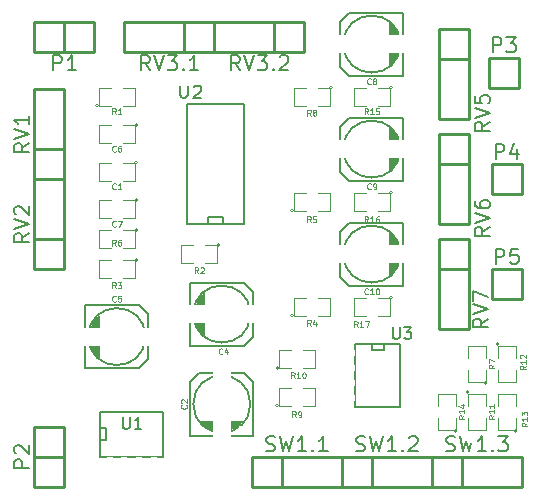
<source format=gto>
G04 #@! TF.FileFunction,Legend,Top*
%FSLAX46Y46*%
G04 Gerber Fmt 4.6, Leading zero omitted, Abs format (unit mm)*
G04 Created by KiCad (PCBNEW (2014-12-07 BZR 5316)-product) date 31/03/2015 20:39:06*
%MOMM*%
G01*
G04 APERTURE LIST*
%ADD10C,0.100000*%
%ADD11C,0.099060*%
%ADD12C,0.127000*%
%ADD13C,0.254000*%
%ADD14C,0.203200*%
%ADD15C,0.109220*%
%ADD16C,0.119380*%
%ADD17C,0.150000*%
%ADD18R,0.889000X1.397000*%
%ADD19R,2.999740X1.600200*%
%ADD20R,2.032000X2.032000*%
%ADD21O,2.032000X2.032000*%
%ADD22R,2.235200X2.235200*%
%ADD23R,1.397000X0.889000*%
%ADD24R,2.032000X1.727200*%
%ADD25O,2.032000X1.727200*%
%ADD26R,1.727200X2.032000*%
%ADD27O,1.727200X2.032000*%
%ADD28R,1.600000X0.600000*%
%ADD29R,1.600200X2.999740*%
%ADD30R,0.600000X1.600000*%
%ADD31R,1.143000X0.508000*%
%ADD32C,0.762000*%
G04 APERTURE END LIST*
D10*
D11*
X99568000Y-57658000D02*
G75*
G03X99568000Y-57658000I-127000J0D01*
G01*
X98298000Y-57658000D02*
X99314000Y-57658000D01*
X99314000Y-57658000D02*
X99314000Y-59182000D01*
X99314000Y-59182000D02*
X98298000Y-59182000D01*
X97282000Y-59182000D02*
X96266000Y-59182000D01*
X96266000Y-59182000D02*
X96266000Y-57658000D01*
X96266000Y-57658000D02*
X97282000Y-57658000D01*
D12*
X104394000Y-69850000D02*
X104394000Y-71247000D01*
X104521000Y-69596000D02*
X104521000Y-71374000D01*
X104648000Y-69215000D02*
X104648000Y-71755000D01*
X104775000Y-71882000D02*
X104775000Y-69088000D01*
X104902000Y-68961000D02*
X104902000Y-72009000D01*
X105029000Y-72136000D02*
X105029000Y-68834000D01*
X105156000Y-68707000D02*
X105156000Y-72263000D01*
X109093000Y-70485000D02*
G75*
G03X109093000Y-70485000I-2413000J0D01*
G01*
X104013000Y-67818000D02*
X108585000Y-67818000D01*
X108585000Y-67818000D02*
X109347000Y-68580000D01*
X109347000Y-68580000D02*
X109347000Y-72390000D01*
X109347000Y-72390000D02*
X108585000Y-73152000D01*
X108585000Y-73152000D02*
X104013000Y-73152000D01*
X104013000Y-73152000D02*
X104013000Y-67818000D01*
X108839000Y-70485000D02*
X108077000Y-70485000D01*
X108458000Y-70104000D02*
X108458000Y-70866000D01*
X95504000Y-71755000D02*
X95504000Y-73152000D01*
X95631000Y-71501000D02*
X95631000Y-73279000D01*
X95758000Y-71120000D02*
X95758000Y-73660000D01*
X95885000Y-73787000D02*
X95885000Y-70993000D01*
X96012000Y-70866000D02*
X96012000Y-73914000D01*
X96139000Y-74041000D02*
X96139000Y-70739000D01*
X96266000Y-70612000D02*
X96266000Y-74168000D01*
X100203000Y-72390000D02*
G75*
G03X100203000Y-72390000I-2413000J0D01*
G01*
X95123000Y-69723000D02*
X99695000Y-69723000D01*
X99695000Y-69723000D02*
X100457000Y-70485000D01*
X100457000Y-70485000D02*
X100457000Y-74295000D01*
X100457000Y-74295000D02*
X99695000Y-75057000D01*
X99695000Y-75057000D02*
X95123000Y-75057000D01*
X95123000Y-75057000D02*
X95123000Y-69723000D01*
X99949000Y-72390000D02*
X99187000Y-72390000D01*
X99568000Y-72009000D02*
X99568000Y-72771000D01*
D11*
X99568000Y-54483000D02*
G75*
G03X99568000Y-54483000I-127000J0D01*
G01*
X98298000Y-54483000D02*
X99314000Y-54483000D01*
X99314000Y-54483000D02*
X99314000Y-56007000D01*
X99314000Y-56007000D02*
X98298000Y-56007000D01*
X97282000Y-56007000D02*
X96266000Y-56007000D01*
X96266000Y-56007000D02*
X96266000Y-54483000D01*
X96266000Y-54483000D02*
X97282000Y-54483000D01*
X99568000Y-60833000D02*
G75*
G03X99568000Y-60833000I-127000J0D01*
G01*
X98298000Y-60833000D02*
X99314000Y-60833000D01*
X99314000Y-60833000D02*
X99314000Y-62357000D01*
X99314000Y-62357000D02*
X98298000Y-62357000D01*
X97282000Y-62357000D02*
X96266000Y-62357000D01*
X96266000Y-62357000D02*
X96266000Y-60833000D01*
X96266000Y-60833000D02*
X97282000Y-60833000D01*
D12*
X121666000Y-48260000D02*
X121666000Y-46863000D01*
X121539000Y-48514000D02*
X121539000Y-46736000D01*
X121412000Y-48895000D02*
X121412000Y-46355000D01*
X121285000Y-46228000D02*
X121285000Y-49022000D01*
X121158000Y-49149000D02*
X121158000Y-46101000D01*
X121031000Y-45974000D02*
X121031000Y-49276000D01*
X120904000Y-49403000D02*
X120904000Y-45847000D01*
X121793000Y-47625000D02*
G75*
G03X121793000Y-47625000I-2413000J0D01*
G01*
X122047000Y-50292000D02*
X117475000Y-50292000D01*
X117475000Y-50292000D02*
X116713000Y-49530000D01*
X116713000Y-49530000D02*
X116713000Y-45720000D01*
X116713000Y-45720000D02*
X117475000Y-44958000D01*
X117475000Y-44958000D02*
X122047000Y-44958000D01*
X122047000Y-44958000D02*
X122047000Y-50292000D01*
X117221000Y-47625000D02*
X117983000Y-47625000D01*
X117602000Y-48006000D02*
X117602000Y-47244000D01*
X121666000Y-57150000D02*
X121666000Y-55753000D01*
X121539000Y-57404000D02*
X121539000Y-55626000D01*
X121412000Y-57785000D02*
X121412000Y-55245000D01*
X121285000Y-55118000D02*
X121285000Y-57912000D01*
X121158000Y-58039000D02*
X121158000Y-54991000D01*
X121031000Y-54864000D02*
X121031000Y-58166000D01*
X120904000Y-58293000D02*
X120904000Y-54737000D01*
X121793000Y-56515000D02*
G75*
G03X121793000Y-56515000I-2413000J0D01*
G01*
X122047000Y-59182000D02*
X117475000Y-59182000D01*
X117475000Y-59182000D02*
X116713000Y-58420000D01*
X116713000Y-58420000D02*
X116713000Y-54610000D01*
X116713000Y-54610000D02*
X117475000Y-53848000D01*
X117475000Y-53848000D02*
X122047000Y-53848000D01*
X122047000Y-53848000D02*
X122047000Y-59182000D01*
X117221000Y-56515000D02*
X117983000Y-56515000D01*
X117602000Y-56896000D02*
X117602000Y-56134000D01*
X121666000Y-66040000D02*
X121666000Y-64643000D01*
X121539000Y-66294000D02*
X121539000Y-64516000D01*
X121412000Y-66675000D02*
X121412000Y-64135000D01*
X121285000Y-64008000D02*
X121285000Y-66802000D01*
X121158000Y-66929000D02*
X121158000Y-63881000D01*
X121031000Y-63754000D02*
X121031000Y-67056000D01*
X120904000Y-67183000D02*
X120904000Y-63627000D01*
X121793000Y-65405000D02*
G75*
G03X121793000Y-65405000I-2413000J0D01*
G01*
X122047000Y-68072000D02*
X117475000Y-68072000D01*
X117475000Y-68072000D02*
X116713000Y-67310000D01*
X116713000Y-67310000D02*
X116713000Y-63500000D01*
X116713000Y-63500000D02*
X117475000Y-62738000D01*
X117475000Y-62738000D02*
X122047000Y-62738000D01*
X122047000Y-62738000D02*
X122047000Y-68072000D01*
X117221000Y-65405000D02*
X117983000Y-65405000D01*
X117602000Y-65786000D02*
X117602000Y-65024000D01*
D13*
X93345000Y-48260000D02*
X93345000Y-45720000D01*
X95885000Y-48260000D02*
X95885000Y-45720000D01*
X95885000Y-45720000D02*
X93345000Y-45720000D01*
X93345000Y-45720000D02*
X90805000Y-45720000D01*
X90805000Y-45720000D02*
X90805000Y-48260000D01*
X90805000Y-48260000D02*
X95885000Y-48260000D01*
X90805000Y-82550000D02*
X93345000Y-82550000D01*
X90805000Y-85090000D02*
X93345000Y-85090000D01*
X93345000Y-85090000D02*
X93345000Y-82550000D01*
X93345000Y-82550000D02*
X93345000Y-80010000D01*
X93345000Y-80010000D02*
X90805000Y-80010000D01*
X90805000Y-80010000D02*
X90805000Y-85090000D01*
X129286000Y-48768000D02*
X129286000Y-51308000D01*
X129286000Y-51308000D02*
X131826000Y-51308000D01*
X131826000Y-51308000D02*
X131826000Y-48768000D01*
X131826000Y-48768000D02*
X129286000Y-48768000D01*
X129540000Y-57785000D02*
X129540000Y-60325000D01*
X129540000Y-60325000D02*
X132080000Y-60325000D01*
X132080000Y-60325000D02*
X132080000Y-57785000D01*
X132080000Y-57785000D02*
X129540000Y-57785000D01*
X129540000Y-66675000D02*
X129540000Y-69215000D01*
X129540000Y-69215000D02*
X132080000Y-69215000D01*
X132080000Y-69215000D02*
X132080000Y-66675000D01*
X132080000Y-66675000D02*
X129540000Y-66675000D01*
D11*
X96266000Y-52832000D02*
G75*
G03X96266000Y-52832000I-127000J0D01*
G01*
X97282000Y-52832000D02*
X96266000Y-52832000D01*
X96266000Y-52832000D02*
X96266000Y-51308000D01*
X96266000Y-51308000D02*
X97282000Y-51308000D01*
X98298000Y-51308000D02*
X99314000Y-51308000D01*
X99314000Y-51308000D02*
X99314000Y-52832000D01*
X99314000Y-52832000D02*
X98298000Y-52832000D01*
X106553000Y-64643000D02*
G75*
G03X106553000Y-64643000I-127000J0D01*
G01*
X105283000Y-64643000D02*
X106299000Y-64643000D01*
X106299000Y-64643000D02*
X106299000Y-66167000D01*
X106299000Y-66167000D02*
X105283000Y-66167000D01*
X104267000Y-66167000D02*
X103251000Y-66167000D01*
X103251000Y-66167000D02*
X103251000Y-64643000D01*
X103251000Y-64643000D02*
X104267000Y-64643000D01*
X99568000Y-65913000D02*
G75*
G03X99568000Y-65913000I-127000J0D01*
G01*
X98298000Y-65913000D02*
X99314000Y-65913000D01*
X99314000Y-65913000D02*
X99314000Y-67437000D01*
X99314000Y-67437000D02*
X98298000Y-67437000D01*
X97282000Y-67437000D02*
X96266000Y-67437000D01*
X96266000Y-67437000D02*
X96266000Y-65913000D01*
X96266000Y-65913000D02*
X97282000Y-65913000D01*
X112776000Y-70612000D02*
G75*
G03X112776000Y-70612000I-127000J0D01*
G01*
X113792000Y-70612000D02*
X112776000Y-70612000D01*
X112776000Y-70612000D02*
X112776000Y-69088000D01*
X112776000Y-69088000D02*
X113792000Y-69088000D01*
X114808000Y-69088000D02*
X115824000Y-69088000D01*
X115824000Y-69088000D02*
X115824000Y-70612000D01*
X115824000Y-70612000D02*
X114808000Y-70612000D01*
X112776000Y-61722000D02*
G75*
G03X112776000Y-61722000I-127000J0D01*
G01*
X113792000Y-61722000D02*
X112776000Y-61722000D01*
X112776000Y-61722000D02*
X112776000Y-60198000D01*
X112776000Y-60198000D02*
X113792000Y-60198000D01*
X114808000Y-60198000D02*
X115824000Y-60198000D01*
X115824000Y-60198000D02*
X115824000Y-61722000D01*
X115824000Y-61722000D02*
X114808000Y-61722000D01*
X99568000Y-63373000D02*
G75*
G03X99568000Y-63373000I-127000J0D01*
G01*
X98298000Y-63373000D02*
X99314000Y-63373000D01*
X99314000Y-63373000D02*
X99314000Y-64897000D01*
X99314000Y-64897000D02*
X98298000Y-64897000D01*
X97282000Y-64897000D02*
X96266000Y-64897000D01*
X96266000Y-64897000D02*
X96266000Y-63373000D01*
X96266000Y-63373000D02*
X97282000Y-63373000D01*
X129159000Y-76327000D02*
G75*
G03X129159000Y-76327000I-127000J0D01*
G01*
X129032000Y-75184000D02*
X129032000Y-76200000D01*
X129032000Y-76200000D02*
X127508000Y-76200000D01*
X127508000Y-76200000D02*
X127508000Y-75184000D01*
X127508000Y-74168000D02*
X127508000Y-73152000D01*
X127508000Y-73152000D02*
X129032000Y-73152000D01*
X129032000Y-73152000D02*
X129032000Y-74168000D01*
X116078000Y-51308000D02*
G75*
G03X116078000Y-51308000I-127000J0D01*
G01*
X114808000Y-51308000D02*
X115824000Y-51308000D01*
X115824000Y-51308000D02*
X115824000Y-52832000D01*
X115824000Y-52832000D02*
X114808000Y-52832000D01*
X113792000Y-52832000D02*
X112776000Y-52832000D01*
X112776000Y-52832000D02*
X112776000Y-51308000D01*
X112776000Y-51308000D02*
X113792000Y-51308000D01*
X111506000Y-78232000D02*
G75*
G03X111506000Y-78232000I-127000J0D01*
G01*
X112522000Y-78232000D02*
X111506000Y-78232000D01*
X111506000Y-78232000D02*
X111506000Y-76708000D01*
X111506000Y-76708000D02*
X112522000Y-76708000D01*
X113538000Y-76708000D02*
X114554000Y-76708000D01*
X114554000Y-76708000D02*
X114554000Y-78232000D01*
X114554000Y-78232000D02*
X113538000Y-78232000D01*
X111506000Y-75057000D02*
G75*
G03X111506000Y-75057000I-127000J0D01*
G01*
X112522000Y-75057000D02*
X111506000Y-75057000D01*
X111506000Y-75057000D02*
X111506000Y-73533000D01*
X111506000Y-73533000D02*
X112522000Y-73533000D01*
X113538000Y-73533000D02*
X114554000Y-73533000D01*
X114554000Y-73533000D02*
X114554000Y-75057000D01*
X114554000Y-75057000D02*
X113538000Y-75057000D01*
X127635000Y-77089000D02*
G75*
G03X127635000Y-77089000I-127000J0D01*
G01*
X127508000Y-78232000D02*
X127508000Y-77216000D01*
X127508000Y-77216000D02*
X129032000Y-77216000D01*
X129032000Y-77216000D02*
X129032000Y-78232000D01*
X129032000Y-79248000D02*
X129032000Y-80264000D01*
X129032000Y-80264000D02*
X127508000Y-80264000D01*
X127508000Y-80264000D02*
X127508000Y-79248000D01*
X130175000Y-73025000D02*
G75*
G03X130175000Y-73025000I-127000J0D01*
G01*
X130048000Y-74168000D02*
X130048000Y-73152000D01*
X130048000Y-73152000D02*
X131572000Y-73152000D01*
X131572000Y-73152000D02*
X131572000Y-74168000D01*
X131572000Y-75184000D02*
X131572000Y-76200000D01*
X131572000Y-76200000D02*
X130048000Y-76200000D01*
X130048000Y-76200000D02*
X130048000Y-75184000D01*
X131699000Y-80391000D02*
G75*
G03X131699000Y-80391000I-127000J0D01*
G01*
X131572000Y-79248000D02*
X131572000Y-80264000D01*
X131572000Y-80264000D02*
X130048000Y-80264000D01*
X130048000Y-80264000D02*
X130048000Y-79248000D01*
X130048000Y-78232000D02*
X130048000Y-77216000D01*
X130048000Y-77216000D02*
X131572000Y-77216000D01*
X131572000Y-77216000D02*
X131572000Y-78232000D01*
X126619000Y-80391000D02*
G75*
G03X126619000Y-80391000I-127000J0D01*
G01*
X126492000Y-79248000D02*
X126492000Y-80264000D01*
X126492000Y-80264000D02*
X124968000Y-80264000D01*
X124968000Y-80264000D02*
X124968000Y-79248000D01*
X124968000Y-78232000D02*
X124968000Y-77216000D01*
X124968000Y-77216000D02*
X126492000Y-77216000D01*
X126492000Y-77216000D02*
X126492000Y-78232000D01*
X121158000Y-51308000D02*
G75*
G03X121158000Y-51308000I-127000J0D01*
G01*
X119888000Y-51308000D02*
X120904000Y-51308000D01*
X120904000Y-51308000D02*
X120904000Y-52832000D01*
X120904000Y-52832000D02*
X119888000Y-52832000D01*
X118872000Y-52832000D02*
X117856000Y-52832000D01*
X117856000Y-52832000D02*
X117856000Y-51308000D01*
X117856000Y-51308000D02*
X118872000Y-51308000D01*
X121158000Y-60198000D02*
G75*
G03X121158000Y-60198000I-127000J0D01*
G01*
X119888000Y-60198000D02*
X120904000Y-60198000D01*
X120904000Y-60198000D02*
X120904000Y-61722000D01*
X120904000Y-61722000D02*
X119888000Y-61722000D01*
X118872000Y-61722000D02*
X117856000Y-61722000D01*
X117856000Y-61722000D02*
X117856000Y-60198000D01*
X117856000Y-60198000D02*
X118872000Y-60198000D01*
X121158000Y-69088000D02*
G75*
G03X121158000Y-69088000I-127000J0D01*
G01*
X119888000Y-69088000D02*
X120904000Y-69088000D01*
X120904000Y-69088000D02*
X120904000Y-70612000D01*
X120904000Y-70612000D02*
X119888000Y-70612000D01*
X118872000Y-70612000D02*
X117856000Y-70612000D01*
X117856000Y-70612000D02*
X117856000Y-69088000D01*
X117856000Y-69088000D02*
X118872000Y-69088000D01*
D13*
X93345000Y-56515000D02*
X93345000Y-51435000D01*
X93345000Y-51435000D02*
X90805000Y-51435000D01*
X90805000Y-51435000D02*
X90805000Y-56515000D01*
X90805000Y-59055000D02*
X90805000Y-56515000D01*
X90805000Y-56515000D02*
X93345000Y-56515000D01*
X90805000Y-59055000D02*
X93345000Y-59055000D01*
X93345000Y-59055000D02*
X93345000Y-56515000D01*
X93345000Y-64135000D02*
X93345000Y-59055000D01*
X93345000Y-59055000D02*
X90805000Y-59055000D01*
X90805000Y-59055000D02*
X90805000Y-64135000D01*
X90805000Y-66675000D02*
X90805000Y-64135000D01*
X90805000Y-64135000D02*
X93345000Y-64135000D01*
X90805000Y-66675000D02*
X93345000Y-66675000D01*
X93345000Y-66675000D02*
X93345000Y-64135000D01*
X103505000Y-45720000D02*
X98425000Y-45720000D01*
X98425000Y-45720000D02*
X98425000Y-48260000D01*
X98425000Y-48260000D02*
X103505000Y-48260000D01*
X106045000Y-48260000D02*
X103505000Y-48260000D01*
X103505000Y-48260000D02*
X103505000Y-45720000D01*
X106045000Y-48260000D02*
X106045000Y-45720000D01*
X106045000Y-45720000D02*
X103505000Y-45720000D01*
X111125000Y-45720000D02*
X106045000Y-45720000D01*
X106045000Y-45720000D02*
X106045000Y-48260000D01*
X106045000Y-48260000D02*
X111125000Y-48260000D01*
X113665000Y-48260000D02*
X111125000Y-48260000D01*
X111125000Y-48260000D02*
X111125000Y-45720000D01*
X113665000Y-48260000D02*
X113665000Y-45720000D01*
X113665000Y-45720000D02*
X111125000Y-45720000D01*
X125095000Y-48895000D02*
X125095000Y-53975000D01*
X125095000Y-53975000D02*
X127635000Y-53975000D01*
X127635000Y-53975000D02*
X127635000Y-48895000D01*
X127635000Y-46355000D02*
X127635000Y-48895000D01*
X127635000Y-48895000D02*
X125095000Y-48895000D01*
X127635000Y-46355000D02*
X125095000Y-46355000D01*
X125095000Y-46355000D02*
X125095000Y-48895000D01*
X125095000Y-57785000D02*
X125095000Y-62865000D01*
X125095000Y-62865000D02*
X127635000Y-62865000D01*
X127635000Y-62865000D02*
X127635000Y-57785000D01*
X127635000Y-55245000D02*
X127635000Y-57785000D01*
X127635000Y-57785000D02*
X125095000Y-57785000D01*
X127635000Y-55245000D02*
X125095000Y-55245000D01*
X125095000Y-55245000D02*
X125095000Y-57785000D01*
X125095000Y-66675000D02*
X125095000Y-71755000D01*
X125095000Y-71755000D02*
X127635000Y-71755000D01*
X127635000Y-71755000D02*
X127635000Y-66675000D01*
X127635000Y-64135000D02*
X127635000Y-66675000D01*
X127635000Y-66675000D02*
X125095000Y-66675000D01*
X127635000Y-64135000D02*
X125095000Y-64135000D01*
X125095000Y-64135000D02*
X125095000Y-66675000D01*
D12*
X118110000Y-73025000D02*
X117983000Y-73025000D01*
X117983000Y-73025000D02*
X117983000Y-78359000D01*
X121793000Y-78359000D02*
X121793000Y-73025000D01*
X121793000Y-73025000D02*
X118110000Y-73025000D01*
X120396000Y-73025000D02*
X120396000Y-73533000D01*
X120396000Y-73533000D02*
X119380000Y-73533000D01*
X119380000Y-73533000D02*
X119380000Y-73025000D01*
X121793000Y-78359000D02*
X117983000Y-78359000D01*
X106045000Y-80391000D02*
X107442000Y-80391000D01*
X105791000Y-80264000D02*
X107569000Y-80264000D01*
X105410000Y-80137000D02*
X107950000Y-80137000D01*
X108077000Y-80010000D02*
X105283000Y-80010000D01*
X105156000Y-79883000D02*
X108204000Y-79883000D01*
X108331000Y-79756000D02*
X105029000Y-79756000D01*
X104902000Y-79629000D02*
X108458000Y-79629000D01*
X109093000Y-78105000D02*
G75*
G03X109093000Y-78105000I-2413000J0D01*
G01*
X104013000Y-80772000D02*
X104013000Y-76200000D01*
X104013000Y-76200000D02*
X104775000Y-75438000D01*
X104775000Y-75438000D02*
X108585000Y-75438000D01*
X108585000Y-75438000D02*
X109347000Y-76200000D01*
X109347000Y-76200000D02*
X109347000Y-80772000D01*
X109347000Y-80772000D02*
X104013000Y-80772000D01*
X106680000Y-75946000D02*
X106680000Y-76708000D01*
X106299000Y-76327000D02*
X107061000Y-76327000D01*
D13*
X111760000Y-85090000D02*
X116840000Y-85090000D01*
X116840000Y-85090000D02*
X116840000Y-82550000D01*
X116840000Y-82550000D02*
X111760000Y-82550000D01*
X109220000Y-82550000D02*
X111760000Y-82550000D01*
X111760000Y-82550000D02*
X111760000Y-85090000D01*
X109220000Y-82550000D02*
X109220000Y-85090000D01*
X109220000Y-85090000D02*
X111760000Y-85090000D01*
X119380000Y-85090000D02*
X124460000Y-85090000D01*
X124460000Y-85090000D02*
X124460000Y-82550000D01*
X124460000Y-82550000D02*
X119380000Y-82550000D01*
X116840000Y-82550000D02*
X119380000Y-82550000D01*
X119380000Y-82550000D02*
X119380000Y-85090000D01*
X116840000Y-82550000D02*
X116840000Y-85090000D01*
X116840000Y-85090000D02*
X119380000Y-85090000D01*
X127000000Y-85090000D02*
X132080000Y-85090000D01*
X132080000Y-85090000D02*
X132080000Y-82550000D01*
X132080000Y-82550000D02*
X127000000Y-82550000D01*
X124460000Y-82550000D02*
X127000000Y-82550000D01*
X127000000Y-82550000D02*
X127000000Y-85090000D01*
X124460000Y-82550000D02*
X124460000Y-85090000D01*
X124460000Y-85090000D02*
X127000000Y-85090000D01*
D12*
X96393000Y-82423000D02*
X96393000Y-82550000D01*
X96393000Y-82550000D02*
X101727000Y-82550000D01*
X101727000Y-78740000D02*
X96393000Y-78740000D01*
X96393000Y-78740000D02*
X96393000Y-82423000D01*
X96393000Y-80137000D02*
X96901000Y-80137000D01*
X96901000Y-80137000D02*
X96901000Y-81153000D01*
X96901000Y-81153000D02*
X96393000Y-81153000D01*
X101727000Y-78740000D02*
X101727000Y-82550000D01*
D14*
X103759000Y-52705000D02*
X108585000Y-52705000D01*
X108585000Y-52705000D02*
X108585000Y-62865000D01*
X108585000Y-62865000D02*
X103759000Y-62865000D01*
X103759000Y-62865000D02*
X103759000Y-52705000D01*
X105537000Y-62865000D02*
X105537000Y-62230000D01*
X105537000Y-62230000D02*
X106807000Y-62230000D01*
X106807000Y-62230000D02*
X106807000Y-62865000D01*
D15*
X97706604Y-59868707D02*
X97682776Y-59892535D01*
X97611293Y-59916362D01*
X97563638Y-59916362D01*
X97492155Y-59892535D01*
X97444500Y-59844880D01*
X97420672Y-59797224D01*
X97396844Y-59701914D01*
X97396844Y-59630431D01*
X97420672Y-59535120D01*
X97444500Y-59487465D01*
X97492155Y-59439810D01*
X97563638Y-59415982D01*
X97611293Y-59415982D01*
X97682776Y-59439810D01*
X97706604Y-59463638D01*
X98183156Y-59916362D02*
X97897224Y-59916362D01*
X98040190Y-59916362D02*
X98040190Y-59415982D01*
X97992535Y-59487465D01*
X97944880Y-59535120D01*
X97897224Y-59558948D01*
D16*
X106723604Y-73838707D02*
X106699776Y-73862535D01*
X106628293Y-73886362D01*
X106580638Y-73886362D01*
X106509155Y-73862535D01*
X106461500Y-73814880D01*
X106437672Y-73767224D01*
X106413844Y-73671914D01*
X106413844Y-73600431D01*
X106437672Y-73505120D01*
X106461500Y-73457465D01*
X106509155Y-73409810D01*
X106580638Y-73385982D01*
X106628293Y-73385982D01*
X106699776Y-73409810D01*
X106723604Y-73433638D01*
X107152501Y-73552776D02*
X107152501Y-73886362D01*
X107033363Y-73362155D02*
X106914224Y-73719569D01*
X107223984Y-73719569D01*
X97706604Y-69393707D02*
X97682776Y-69417535D01*
X97611293Y-69441362D01*
X97563638Y-69441362D01*
X97492155Y-69417535D01*
X97444500Y-69369880D01*
X97420672Y-69322224D01*
X97396844Y-69226914D01*
X97396844Y-69155431D01*
X97420672Y-69060120D01*
X97444500Y-69012465D01*
X97492155Y-68964810D01*
X97563638Y-68940982D01*
X97611293Y-68940982D01*
X97682776Y-68964810D01*
X97706604Y-68988638D01*
X98159328Y-68940982D02*
X97921052Y-68940982D01*
X97897224Y-69179259D01*
X97921052Y-69155431D01*
X97968707Y-69131603D01*
X98087845Y-69131603D01*
X98135501Y-69155431D01*
X98159328Y-69179259D01*
X98183156Y-69226914D01*
X98183156Y-69346052D01*
X98159328Y-69393707D01*
X98135501Y-69417535D01*
X98087845Y-69441362D01*
X97968707Y-69441362D01*
X97921052Y-69417535D01*
X97897224Y-69393707D01*
D15*
X97706604Y-56693707D02*
X97682776Y-56717535D01*
X97611293Y-56741362D01*
X97563638Y-56741362D01*
X97492155Y-56717535D01*
X97444500Y-56669880D01*
X97420672Y-56622224D01*
X97396844Y-56526914D01*
X97396844Y-56455431D01*
X97420672Y-56360120D01*
X97444500Y-56312465D01*
X97492155Y-56264810D01*
X97563638Y-56240982D01*
X97611293Y-56240982D01*
X97682776Y-56264810D01*
X97706604Y-56288638D01*
X98135501Y-56240982D02*
X98040190Y-56240982D01*
X97992535Y-56264810D01*
X97968707Y-56288638D01*
X97921052Y-56360120D01*
X97897224Y-56455431D01*
X97897224Y-56646052D01*
X97921052Y-56693707D01*
X97944880Y-56717535D01*
X97992535Y-56741362D01*
X98087845Y-56741362D01*
X98135501Y-56717535D01*
X98159328Y-56693707D01*
X98183156Y-56646052D01*
X98183156Y-56526914D01*
X98159328Y-56479259D01*
X98135501Y-56455431D01*
X98087845Y-56431603D01*
X97992535Y-56431603D01*
X97944880Y-56455431D01*
X97921052Y-56479259D01*
X97897224Y-56526914D01*
X97706604Y-63043707D02*
X97682776Y-63067535D01*
X97611293Y-63091362D01*
X97563638Y-63091362D01*
X97492155Y-63067535D01*
X97444500Y-63019880D01*
X97420672Y-62972224D01*
X97396844Y-62876914D01*
X97396844Y-62805431D01*
X97420672Y-62710120D01*
X97444500Y-62662465D01*
X97492155Y-62614810D01*
X97563638Y-62590982D01*
X97611293Y-62590982D01*
X97682776Y-62614810D01*
X97706604Y-62638638D01*
X97873397Y-62590982D02*
X98206984Y-62590982D01*
X97992535Y-63091362D01*
D16*
X119296604Y-50978707D02*
X119272776Y-51002535D01*
X119201293Y-51026362D01*
X119153638Y-51026362D01*
X119082155Y-51002535D01*
X119034500Y-50954880D01*
X119010672Y-50907224D01*
X118986844Y-50811914D01*
X118986844Y-50740431D01*
X119010672Y-50645120D01*
X119034500Y-50597465D01*
X119082155Y-50549810D01*
X119153638Y-50525982D01*
X119201293Y-50525982D01*
X119272776Y-50549810D01*
X119296604Y-50573638D01*
X119582535Y-50740431D02*
X119534880Y-50716603D01*
X119511052Y-50692776D01*
X119487224Y-50645120D01*
X119487224Y-50621293D01*
X119511052Y-50573638D01*
X119534880Y-50549810D01*
X119582535Y-50525982D01*
X119677845Y-50525982D01*
X119725501Y-50549810D01*
X119749328Y-50573638D01*
X119773156Y-50621293D01*
X119773156Y-50645120D01*
X119749328Y-50692776D01*
X119725501Y-50716603D01*
X119677845Y-50740431D01*
X119582535Y-50740431D01*
X119534880Y-50764259D01*
X119511052Y-50788086D01*
X119487224Y-50835741D01*
X119487224Y-50931052D01*
X119511052Y-50978707D01*
X119534880Y-51002535D01*
X119582535Y-51026362D01*
X119677845Y-51026362D01*
X119725501Y-51002535D01*
X119749328Y-50978707D01*
X119773156Y-50931052D01*
X119773156Y-50835741D01*
X119749328Y-50788086D01*
X119725501Y-50764259D01*
X119677845Y-50740431D01*
X119296604Y-59868707D02*
X119272776Y-59892535D01*
X119201293Y-59916362D01*
X119153638Y-59916362D01*
X119082155Y-59892535D01*
X119034500Y-59844880D01*
X119010672Y-59797224D01*
X118986844Y-59701914D01*
X118986844Y-59630431D01*
X119010672Y-59535120D01*
X119034500Y-59487465D01*
X119082155Y-59439810D01*
X119153638Y-59415982D01*
X119201293Y-59415982D01*
X119272776Y-59439810D01*
X119296604Y-59463638D01*
X119534880Y-59916362D02*
X119630190Y-59916362D01*
X119677845Y-59892535D01*
X119701673Y-59868707D01*
X119749328Y-59797224D01*
X119773156Y-59701914D01*
X119773156Y-59511293D01*
X119749328Y-59463638D01*
X119725501Y-59439810D01*
X119677845Y-59415982D01*
X119582535Y-59415982D01*
X119534880Y-59439810D01*
X119511052Y-59463638D01*
X119487224Y-59511293D01*
X119487224Y-59630431D01*
X119511052Y-59678086D01*
X119534880Y-59701914D01*
X119582535Y-59725741D01*
X119677845Y-59725741D01*
X119725501Y-59701914D01*
X119749328Y-59678086D01*
X119773156Y-59630431D01*
X119058328Y-68758707D02*
X119034500Y-68782535D01*
X118963017Y-68806362D01*
X118915362Y-68806362D01*
X118843879Y-68782535D01*
X118796224Y-68734880D01*
X118772396Y-68687224D01*
X118748568Y-68591914D01*
X118748568Y-68520431D01*
X118772396Y-68425120D01*
X118796224Y-68377465D01*
X118843879Y-68329810D01*
X118915362Y-68305982D01*
X118963017Y-68305982D01*
X119034500Y-68329810D01*
X119058328Y-68353638D01*
X119534880Y-68806362D02*
X119248948Y-68806362D01*
X119391914Y-68806362D02*
X119391914Y-68305982D01*
X119344259Y-68377465D01*
X119296604Y-68425120D01*
X119248948Y-68448948D01*
X119844639Y-68305982D02*
X119892294Y-68305982D01*
X119939949Y-68329810D01*
X119963777Y-68353638D01*
X119987604Y-68401293D01*
X120011432Y-68496603D01*
X120011432Y-68615741D01*
X119987604Y-68711052D01*
X119963777Y-68758707D01*
X119939949Y-68782535D01*
X119892294Y-68806362D01*
X119844639Y-68806362D01*
X119796983Y-68782535D01*
X119773156Y-68758707D01*
X119749328Y-68711052D01*
X119725500Y-68615741D01*
X119725500Y-68496603D01*
X119749328Y-68401293D01*
X119773156Y-68353638D01*
X119796983Y-68329810D01*
X119844639Y-68305982D01*
D14*
X92407619Y-49850524D02*
X92407619Y-48580524D01*
X92891428Y-48580524D01*
X93012381Y-48641000D01*
X93072857Y-48701476D01*
X93133333Y-48822429D01*
X93133333Y-49003857D01*
X93072857Y-49124810D01*
X93012381Y-49185286D01*
X92891428Y-49245762D01*
X92407619Y-49245762D01*
X94342857Y-49850524D02*
X93617143Y-49850524D01*
X93980000Y-49850524D02*
X93980000Y-48580524D01*
X93859048Y-48761952D01*
X93738095Y-48882905D01*
X93617143Y-48943381D01*
X90363524Y-83487381D02*
X89093524Y-83487381D01*
X89093524Y-83003572D01*
X89154000Y-82882619D01*
X89214476Y-82822143D01*
X89335429Y-82761667D01*
X89516857Y-82761667D01*
X89637810Y-82822143D01*
X89698286Y-82882619D01*
X89758762Y-83003572D01*
X89758762Y-83487381D01*
X89214476Y-82277857D02*
X89154000Y-82217381D01*
X89093524Y-82096429D01*
X89093524Y-81794048D01*
X89154000Y-81673095D01*
X89214476Y-81612619D01*
X89335429Y-81552143D01*
X89456381Y-81552143D01*
X89637810Y-81612619D01*
X90363524Y-82338333D01*
X90363524Y-81552143D01*
X129618619Y-48326524D02*
X129618619Y-47056524D01*
X130102428Y-47056524D01*
X130223381Y-47117000D01*
X130283857Y-47177476D01*
X130344333Y-47298429D01*
X130344333Y-47479857D01*
X130283857Y-47600810D01*
X130223381Y-47661286D01*
X130102428Y-47721762D01*
X129618619Y-47721762D01*
X130767667Y-47056524D02*
X131553857Y-47056524D01*
X131130524Y-47540333D01*
X131311952Y-47540333D01*
X131432905Y-47600810D01*
X131493381Y-47661286D01*
X131553857Y-47782238D01*
X131553857Y-48084619D01*
X131493381Y-48205571D01*
X131432905Y-48266048D01*
X131311952Y-48326524D01*
X130949095Y-48326524D01*
X130828143Y-48266048D01*
X130767667Y-48205571D01*
X129872619Y-57343524D02*
X129872619Y-56073524D01*
X130356428Y-56073524D01*
X130477381Y-56134000D01*
X130537857Y-56194476D01*
X130598333Y-56315429D01*
X130598333Y-56496857D01*
X130537857Y-56617810D01*
X130477381Y-56678286D01*
X130356428Y-56738762D01*
X129872619Y-56738762D01*
X131686905Y-56496857D02*
X131686905Y-57343524D01*
X131384524Y-56013048D02*
X131082143Y-56920190D01*
X131868333Y-56920190D01*
X129872619Y-66233524D02*
X129872619Y-64963524D01*
X130356428Y-64963524D01*
X130477381Y-65024000D01*
X130537857Y-65084476D01*
X130598333Y-65205429D01*
X130598333Y-65386857D01*
X130537857Y-65507810D01*
X130477381Y-65568286D01*
X130356428Y-65628762D01*
X129872619Y-65628762D01*
X131747381Y-64963524D02*
X131142619Y-64963524D01*
X131082143Y-65568286D01*
X131142619Y-65507810D01*
X131263571Y-65447333D01*
X131565952Y-65447333D01*
X131686905Y-65507810D01*
X131747381Y-65568286D01*
X131807857Y-65689238D01*
X131807857Y-65991619D01*
X131747381Y-66112571D01*
X131686905Y-66173048D01*
X131565952Y-66233524D01*
X131263571Y-66233524D01*
X131142619Y-66173048D01*
X131082143Y-66112571D01*
D15*
X97706604Y-53566362D02*
X97539810Y-53328086D01*
X97420672Y-53566362D02*
X97420672Y-53065982D01*
X97611293Y-53065982D01*
X97658948Y-53089810D01*
X97682776Y-53113638D01*
X97706604Y-53161293D01*
X97706604Y-53232776D01*
X97682776Y-53280431D01*
X97658948Y-53304259D01*
X97611293Y-53328086D01*
X97420672Y-53328086D01*
X98183156Y-53566362D02*
X97897224Y-53566362D01*
X98040190Y-53566362D02*
X98040190Y-53065982D01*
X97992535Y-53137465D01*
X97944880Y-53185120D01*
X97897224Y-53208948D01*
X104691604Y-67028362D02*
X104524810Y-66790086D01*
X104405672Y-67028362D02*
X104405672Y-66527982D01*
X104596293Y-66527982D01*
X104643948Y-66551810D01*
X104667776Y-66575638D01*
X104691604Y-66623293D01*
X104691604Y-66694776D01*
X104667776Y-66742431D01*
X104643948Y-66766259D01*
X104596293Y-66790086D01*
X104405672Y-66790086D01*
X104882224Y-66575638D02*
X104906052Y-66551810D01*
X104953707Y-66527982D01*
X105072845Y-66527982D01*
X105120501Y-66551810D01*
X105144328Y-66575638D01*
X105168156Y-66623293D01*
X105168156Y-66670948D01*
X105144328Y-66742431D01*
X104858397Y-67028362D01*
X105168156Y-67028362D01*
X97706604Y-68298362D02*
X97539810Y-68060086D01*
X97420672Y-68298362D02*
X97420672Y-67797982D01*
X97611293Y-67797982D01*
X97658948Y-67821810D01*
X97682776Y-67845638D01*
X97706604Y-67893293D01*
X97706604Y-67964776D01*
X97682776Y-68012431D01*
X97658948Y-68036259D01*
X97611293Y-68060086D01*
X97420672Y-68060086D01*
X97873397Y-67797982D02*
X98183156Y-67797982D01*
X98016363Y-67988603D01*
X98087845Y-67988603D01*
X98135501Y-68012431D01*
X98159328Y-68036259D01*
X98183156Y-68083914D01*
X98183156Y-68203052D01*
X98159328Y-68250707D01*
X98135501Y-68274535D01*
X98087845Y-68298362D01*
X97944880Y-68298362D01*
X97897224Y-68274535D01*
X97873397Y-68250707D01*
X114216604Y-71473362D02*
X114049810Y-71235086D01*
X113930672Y-71473362D02*
X113930672Y-70972982D01*
X114121293Y-70972982D01*
X114168948Y-70996810D01*
X114192776Y-71020638D01*
X114216604Y-71068293D01*
X114216604Y-71139776D01*
X114192776Y-71187431D01*
X114168948Y-71211259D01*
X114121293Y-71235086D01*
X113930672Y-71235086D01*
X114645501Y-71139776D02*
X114645501Y-71473362D01*
X114526363Y-70949155D02*
X114407224Y-71306569D01*
X114716984Y-71306569D01*
X114216604Y-62710362D02*
X114049810Y-62472086D01*
X113930672Y-62710362D02*
X113930672Y-62209982D01*
X114121293Y-62209982D01*
X114168948Y-62233810D01*
X114192776Y-62257638D01*
X114216604Y-62305293D01*
X114216604Y-62376776D01*
X114192776Y-62424431D01*
X114168948Y-62448259D01*
X114121293Y-62472086D01*
X113930672Y-62472086D01*
X114669328Y-62209982D02*
X114431052Y-62209982D01*
X114407224Y-62448259D01*
X114431052Y-62424431D01*
X114478707Y-62400603D01*
X114597845Y-62400603D01*
X114645501Y-62424431D01*
X114669328Y-62448259D01*
X114693156Y-62495914D01*
X114693156Y-62615052D01*
X114669328Y-62662707D01*
X114645501Y-62686535D01*
X114597845Y-62710362D01*
X114478707Y-62710362D01*
X114431052Y-62686535D01*
X114407224Y-62662707D01*
X97706604Y-64678862D02*
X97539810Y-64440586D01*
X97420672Y-64678862D02*
X97420672Y-64178482D01*
X97611293Y-64178482D01*
X97658948Y-64202310D01*
X97682776Y-64226138D01*
X97706604Y-64273793D01*
X97706604Y-64345276D01*
X97682776Y-64392931D01*
X97658948Y-64416759D01*
X97611293Y-64440586D01*
X97420672Y-64440586D01*
X98135501Y-64178482D02*
X98040190Y-64178482D01*
X97992535Y-64202310D01*
X97968707Y-64226138D01*
X97921052Y-64297620D01*
X97897224Y-64392931D01*
X97897224Y-64583552D01*
X97921052Y-64631207D01*
X97944880Y-64655035D01*
X97992535Y-64678862D01*
X98087845Y-64678862D01*
X98135501Y-64655035D01*
X98159328Y-64631207D01*
X98183156Y-64583552D01*
X98183156Y-64464414D01*
X98159328Y-64416759D01*
X98135501Y-64392931D01*
X98087845Y-64369103D01*
X97992535Y-64369103D01*
X97944880Y-64392931D01*
X97921052Y-64416759D01*
X97897224Y-64464414D01*
X129766362Y-74759396D02*
X129528086Y-74926190D01*
X129766362Y-75045328D02*
X129265982Y-75045328D01*
X129265982Y-74854707D01*
X129289810Y-74807052D01*
X129313638Y-74783224D01*
X129361293Y-74759396D01*
X129432776Y-74759396D01*
X129480431Y-74783224D01*
X129504259Y-74807052D01*
X129528086Y-74854707D01*
X129528086Y-75045328D01*
X129265982Y-74592603D02*
X129265982Y-74259016D01*
X129766362Y-74473465D01*
X114216604Y-53693362D02*
X114049810Y-53455086D01*
X113930672Y-53693362D02*
X113930672Y-53192982D01*
X114121293Y-53192982D01*
X114168948Y-53216810D01*
X114192776Y-53240638D01*
X114216604Y-53288293D01*
X114216604Y-53359776D01*
X114192776Y-53407431D01*
X114168948Y-53431259D01*
X114121293Y-53455086D01*
X113930672Y-53455086D01*
X114502535Y-53407431D02*
X114454880Y-53383603D01*
X114431052Y-53359776D01*
X114407224Y-53312120D01*
X114407224Y-53288293D01*
X114431052Y-53240638D01*
X114454880Y-53216810D01*
X114502535Y-53192982D01*
X114597845Y-53192982D01*
X114645501Y-53216810D01*
X114669328Y-53240638D01*
X114693156Y-53288293D01*
X114693156Y-53312120D01*
X114669328Y-53359776D01*
X114645501Y-53383603D01*
X114597845Y-53407431D01*
X114502535Y-53407431D01*
X114454880Y-53431259D01*
X114431052Y-53455086D01*
X114407224Y-53502741D01*
X114407224Y-53598052D01*
X114431052Y-53645707D01*
X114454880Y-53669535D01*
X114502535Y-53693362D01*
X114597845Y-53693362D01*
X114645501Y-53669535D01*
X114669328Y-53645707D01*
X114693156Y-53598052D01*
X114693156Y-53502741D01*
X114669328Y-53455086D01*
X114645501Y-53431259D01*
X114597845Y-53407431D01*
X112946604Y-79220362D02*
X112779810Y-78982086D01*
X112660672Y-79220362D02*
X112660672Y-78719982D01*
X112851293Y-78719982D01*
X112898948Y-78743810D01*
X112922776Y-78767638D01*
X112946604Y-78815293D01*
X112946604Y-78886776D01*
X112922776Y-78934431D01*
X112898948Y-78958259D01*
X112851293Y-78982086D01*
X112660672Y-78982086D01*
X113184880Y-79220362D02*
X113280190Y-79220362D01*
X113327845Y-79196535D01*
X113351673Y-79172707D01*
X113399328Y-79101224D01*
X113423156Y-79005914D01*
X113423156Y-78815293D01*
X113399328Y-78767638D01*
X113375501Y-78743810D01*
X113327845Y-78719982D01*
X113232535Y-78719982D01*
X113184880Y-78743810D01*
X113161052Y-78767638D01*
X113137224Y-78815293D01*
X113137224Y-78934431D01*
X113161052Y-78982086D01*
X113184880Y-79005914D01*
X113232535Y-79029741D01*
X113327845Y-79029741D01*
X113375501Y-79005914D01*
X113399328Y-78982086D01*
X113423156Y-78934431D01*
X112835328Y-75918362D02*
X112668534Y-75680086D01*
X112549396Y-75918362D02*
X112549396Y-75417982D01*
X112740017Y-75417982D01*
X112787672Y-75441810D01*
X112811500Y-75465638D01*
X112835328Y-75513293D01*
X112835328Y-75584776D01*
X112811500Y-75632431D01*
X112787672Y-75656259D01*
X112740017Y-75680086D01*
X112549396Y-75680086D01*
X113311880Y-75918362D02*
X113025948Y-75918362D01*
X113168914Y-75918362D02*
X113168914Y-75417982D01*
X113121259Y-75489465D01*
X113073604Y-75537120D01*
X113025948Y-75560948D01*
X113621639Y-75417982D02*
X113669294Y-75417982D01*
X113716949Y-75441810D01*
X113740777Y-75465638D01*
X113764604Y-75513293D01*
X113788432Y-75608603D01*
X113788432Y-75727741D01*
X113764604Y-75823052D01*
X113740777Y-75870707D01*
X113716949Y-75894535D01*
X113669294Y-75918362D01*
X113621639Y-75918362D01*
X113573983Y-75894535D01*
X113550156Y-75870707D01*
X113526328Y-75823052D01*
X113502500Y-75727741D01*
X113502500Y-75608603D01*
X113526328Y-75513293D01*
X113550156Y-75465638D01*
X113573983Y-75441810D01*
X113621639Y-75417982D01*
X129766362Y-79061672D02*
X129528086Y-79228466D01*
X129766362Y-79347604D02*
X129265982Y-79347604D01*
X129265982Y-79156983D01*
X129289810Y-79109328D01*
X129313638Y-79085500D01*
X129361293Y-79061672D01*
X129432776Y-79061672D01*
X129480431Y-79085500D01*
X129504259Y-79109328D01*
X129528086Y-79156983D01*
X129528086Y-79347604D01*
X129766362Y-78585120D02*
X129766362Y-78871052D01*
X129766362Y-78728086D02*
X129265982Y-78728086D01*
X129337465Y-78775741D01*
X129385120Y-78823396D01*
X129408948Y-78871052D01*
X129766362Y-78108568D02*
X129766362Y-78394500D01*
X129766362Y-78251534D02*
X129265982Y-78251534D01*
X129337465Y-78299189D01*
X129385120Y-78346844D01*
X129408948Y-78394500D01*
X132433362Y-74870672D02*
X132195086Y-75037466D01*
X132433362Y-75156604D02*
X131932982Y-75156604D01*
X131932982Y-74965983D01*
X131956810Y-74918328D01*
X131980638Y-74894500D01*
X132028293Y-74870672D01*
X132099776Y-74870672D01*
X132147431Y-74894500D01*
X132171259Y-74918328D01*
X132195086Y-74965983D01*
X132195086Y-75156604D01*
X132433362Y-74394120D02*
X132433362Y-74680052D01*
X132433362Y-74537086D02*
X131932982Y-74537086D01*
X132004465Y-74584741D01*
X132052120Y-74632396D01*
X132075948Y-74680052D01*
X131980638Y-74203500D02*
X131956810Y-74179672D01*
X131932982Y-74132017D01*
X131932982Y-74012879D01*
X131956810Y-73965223D01*
X131980638Y-73941396D01*
X132028293Y-73917568D01*
X132075948Y-73917568D01*
X132147431Y-73941396D01*
X132433362Y-74227327D01*
X132433362Y-73917568D01*
X132560362Y-79696672D02*
X132322086Y-79863466D01*
X132560362Y-79982604D02*
X132059982Y-79982604D01*
X132059982Y-79791983D01*
X132083810Y-79744328D01*
X132107638Y-79720500D01*
X132155293Y-79696672D01*
X132226776Y-79696672D01*
X132274431Y-79720500D01*
X132298259Y-79744328D01*
X132322086Y-79791983D01*
X132322086Y-79982604D01*
X132560362Y-79220120D02*
X132560362Y-79506052D01*
X132560362Y-79363086D02*
X132059982Y-79363086D01*
X132131465Y-79410741D01*
X132179120Y-79458396D01*
X132202948Y-79506052D01*
X132059982Y-79053327D02*
X132059982Y-78743568D01*
X132250603Y-78910361D01*
X132250603Y-78838879D01*
X132274431Y-78791223D01*
X132298259Y-78767396D01*
X132345914Y-78743568D01*
X132465052Y-78743568D01*
X132512707Y-78767396D01*
X132536535Y-78791223D01*
X132560362Y-78838879D01*
X132560362Y-78981844D01*
X132536535Y-79029500D01*
X132512707Y-79053327D01*
X127226362Y-79061672D02*
X126988086Y-79228466D01*
X127226362Y-79347604D02*
X126725982Y-79347604D01*
X126725982Y-79156983D01*
X126749810Y-79109328D01*
X126773638Y-79085500D01*
X126821293Y-79061672D01*
X126892776Y-79061672D01*
X126940431Y-79085500D01*
X126964259Y-79109328D01*
X126988086Y-79156983D01*
X126988086Y-79347604D01*
X127226362Y-78585120D02*
X127226362Y-78871052D01*
X127226362Y-78728086D02*
X126725982Y-78728086D01*
X126797465Y-78775741D01*
X126845120Y-78823396D01*
X126868948Y-78871052D01*
X126892776Y-78156223D02*
X127226362Y-78156223D01*
X126702155Y-78275361D02*
X127059569Y-78394500D01*
X127059569Y-78084740D01*
X119058328Y-53566362D02*
X118891534Y-53328086D01*
X118772396Y-53566362D02*
X118772396Y-53065982D01*
X118963017Y-53065982D01*
X119010672Y-53089810D01*
X119034500Y-53113638D01*
X119058328Y-53161293D01*
X119058328Y-53232776D01*
X119034500Y-53280431D01*
X119010672Y-53304259D01*
X118963017Y-53328086D01*
X118772396Y-53328086D01*
X119534880Y-53566362D02*
X119248948Y-53566362D01*
X119391914Y-53566362D02*
X119391914Y-53065982D01*
X119344259Y-53137465D01*
X119296604Y-53185120D01*
X119248948Y-53208948D01*
X119987604Y-53065982D02*
X119749328Y-53065982D01*
X119725500Y-53304259D01*
X119749328Y-53280431D01*
X119796983Y-53256603D01*
X119916121Y-53256603D01*
X119963777Y-53280431D01*
X119987604Y-53304259D01*
X120011432Y-53351914D01*
X120011432Y-53471052D01*
X119987604Y-53518707D01*
X119963777Y-53542535D01*
X119916121Y-53566362D01*
X119796983Y-53566362D01*
X119749328Y-53542535D01*
X119725500Y-53518707D01*
X119058328Y-62710362D02*
X118891534Y-62472086D01*
X118772396Y-62710362D02*
X118772396Y-62209982D01*
X118963017Y-62209982D01*
X119010672Y-62233810D01*
X119034500Y-62257638D01*
X119058328Y-62305293D01*
X119058328Y-62376776D01*
X119034500Y-62424431D01*
X119010672Y-62448259D01*
X118963017Y-62472086D01*
X118772396Y-62472086D01*
X119534880Y-62710362D02*
X119248948Y-62710362D01*
X119391914Y-62710362D02*
X119391914Y-62209982D01*
X119344259Y-62281465D01*
X119296604Y-62329120D01*
X119248948Y-62352948D01*
X119963777Y-62209982D02*
X119868466Y-62209982D01*
X119820811Y-62233810D01*
X119796983Y-62257638D01*
X119749328Y-62329120D01*
X119725500Y-62424431D01*
X119725500Y-62615052D01*
X119749328Y-62662707D01*
X119773156Y-62686535D01*
X119820811Y-62710362D01*
X119916121Y-62710362D01*
X119963777Y-62686535D01*
X119987604Y-62662707D01*
X120011432Y-62615052D01*
X120011432Y-62495914D01*
X119987604Y-62448259D01*
X119963777Y-62424431D01*
X119916121Y-62400603D01*
X119820811Y-62400603D01*
X119773156Y-62424431D01*
X119749328Y-62448259D01*
X119725500Y-62495914D01*
X118169328Y-71600362D02*
X118002534Y-71362086D01*
X117883396Y-71600362D02*
X117883396Y-71099982D01*
X118074017Y-71099982D01*
X118121672Y-71123810D01*
X118145500Y-71147638D01*
X118169328Y-71195293D01*
X118169328Y-71266776D01*
X118145500Y-71314431D01*
X118121672Y-71338259D01*
X118074017Y-71362086D01*
X117883396Y-71362086D01*
X118645880Y-71600362D02*
X118359948Y-71600362D01*
X118502914Y-71600362D02*
X118502914Y-71099982D01*
X118455259Y-71171465D01*
X118407604Y-71219120D01*
X118359948Y-71242948D01*
X118812673Y-71099982D02*
X119146260Y-71099982D01*
X118931811Y-71600362D01*
D14*
X90363524Y-56000952D02*
X89758762Y-56424285D01*
X90363524Y-56726666D02*
X89093524Y-56726666D01*
X89093524Y-56242857D01*
X89154000Y-56121904D01*
X89214476Y-56061428D01*
X89335429Y-56000952D01*
X89516857Y-56000952D01*
X89637810Y-56061428D01*
X89698286Y-56121904D01*
X89758762Y-56242857D01*
X89758762Y-56726666D01*
X89093524Y-55638095D02*
X90363524Y-55214761D01*
X89093524Y-54791428D01*
X90363524Y-53702857D02*
X90363524Y-54428571D01*
X90363524Y-54065714D02*
X89093524Y-54065714D01*
X89274952Y-54186666D01*
X89395905Y-54307619D01*
X89456381Y-54428571D01*
X90363524Y-63620952D02*
X89758762Y-64044285D01*
X90363524Y-64346666D02*
X89093524Y-64346666D01*
X89093524Y-63862857D01*
X89154000Y-63741904D01*
X89214476Y-63681428D01*
X89335429Y-63620952D01*
X89516857Y-63620952D01*
X89637810Y-63681428D01*
X89698286Y-63741904D01*
X89758762Y-63862857D01*
X89758762Y-64346666D01*
X89093524Y-63258095D02*
X90363524Y-62834761D01*
X89093524Y-62411428D01*
X89214476Y-62048571D02*
X89154000Y-61988095D01*
X89093524Y-61867143D01*
X89093524Y-61564762D01*
X89154000Y-61443809D01*
X89214476Y-61383333D01*
X89335429Y-61322857D01*
X89456381Y-61322857D01*
X89637810Y-61383333D01*
X90363524Y-62109047D01*
X90363524Y-61322857D01*
X100571905Y-49850524D02*
X100148572Y-49245762D01*
X99846191Y-49850524D02*
X99846191Y-48580524D01*
X100330000Y-48580524D01*
X100450953Y-48641000D01*
X100511429Y-48701476D01*
X100571905Y-48822429D01*
X100571905Y-49003857D01*
X100511429Y-49124810D01*
X100450953Y-49185286D01*
X100330000Y-49245762D01*
X99846191Y-49245762D01*
X100934762Y-48580524D02*
X101358096Y-49850524D01*
X101781429Y-48580524D01*
X102083810Y-48580524D02*
X102870000Y-48580524D01*
X102446667Y-49064333D01*
X102628095Y-49064333D01*
X102749048Y-49124810D01*
X102809524Y-49185286D01*
X102870000Y-49306238D01*
X102870000Y-49608619D01*
X102809524Y-49729571D01*
X102749048Y-49790048D01*
X102628095Y-49850524D01*
X102265238Y-49850524D01*
X102144286Y-49790048D01*
X102083810Y-49729571D01*
X103414286Y-49729571D02*
X103474762Y-49790048D01*
X103414286Y-49850524D01*
X103353810Y-49790048D01*
X103414286Y-49729571D01*
X103414286Y-49850524D01*
X104684286Y-49850524D02*
X103958572Y-49850524D01*
X104321429Y-49850524D02*
X104321429Y-48580524D01*
X104200477Y-48761952D01*
X104079524Y-48882905D01*
X103958572Y-48943381D01*
X108191905Y-49850524D02*
X107768572Y-49245762D01*
X107466191Y-49850524D02*
X107466191Y-48580524D01*
X107950000Y-48580524D01*
X108070953Y-48641000D01*
X108131429Y-48701476D01*
X108191905Y-48822429D01*
X108191905Y-49003857D01*
X108131429Y-49124810D01*
X108070953Y-49185286D01*
X107950000Y-49245762D01*
X107466191Y-49245762D01*
X108554762Y-48580524D02*
X108978096Y-49850524D01*
X109401429Y-48580524D01*
X109703810Y-48580524D02*
X110490000Y-48580524D01*
X110066667Y-49064333D01*
X110248095Y-49064333D01*
X110369048Y-49124810D01*
X110429524Y-49185286D01*
X110490000Y-49306238D01*
X110490000Y-49608619D01*
X110429524Y-49729571D01*
X110369048Y-49790048D01*
X110248095Y-49850524D01*
X109885238Y-49850524D01*
X109764286Y-49790048D01*
X109703810Y-49729571D01*
X111034286Y-49729571D02*
X111094762Y-49790048D01*
X111034286Y-49850524D01*
X110973810Y-49790048D01*
X111034286Y-49729571D01*
X111034286Y-49850524D01*
X111578572Y-48701476D02*
X111639048Y-48641000D01*
X111760000Y-48580524D01*
X112062381Y-48580524D01*
X112183334Y-48641000D01*
X112243810Y-48701476D01*
X112304286Y-48822429D01*
X112304286Y-48943381D01*
X112243810Y-49124810D01*
X111518096Y-49850524D01*
X112304286Y-49850524D01*
X129352524Y-54222952D02*
X128747762Y-54646285D01*
X129352524Y-54948666D02*
X128082524Y-54948666D01*
X128082524Y-54464857D01*
X128143000Y-54343904D01*
X128203476Y-54283428D01*
X128324429Y-54222952D01*
X128505857Y-54222952D01*
X128626810Y-54283428D01*
X128687286Y-54343904D01*
X128747762Y-54464857D01*
X128747762Y-54948666D01*
X128082524Y-53860095D02*
X129352524Y-53436761D01*
X128082524Y-53013428D01*
X128082524Y-51985333D02*
X128082524Y-52590095D01*
X128687286Y-52650571D01*
X128626810Y-52590095D01*
X128566333Y-52469143D01*
X128566333Y-52166762D01*
X128626810Y-52045809D01*
X128687286Y-51985333D01*
X128808238Y-51924857D01*
X129110619Y-51924857D01*
X129231571Y-51985333D01*
X129292048Y-52045809D01*
X129352524Y-52166762D01*
X129352524Y-52469143D01*
X129292048Y-52590095D01*
X129231571Y-52650571D01*
X129352524Y-63112952D02*
X128747762Y-63536285D01*
X129352524Y-63838666D02*
X128082524Y-63838666D01*
X128082524Y-63354857D01*
X128143000Y-63233904D01*
X128203476Y-63173428D01*
X128324429Y-63112952D01*
X128505857Y-63112952D01*
X128626810Y-63173428D01*
X128687286Y-63233904D01*
X128747762Y-63354857D01*
X128747762Y-63838666D01*
X128082524Y-62750095D02*
X129352524Y-62326761D01*
X128082524Y-61903428D01*
X128082524Y-60935809D02*
X128082524Y-61177714D01*
X128143000Y-61298666D01*
X128203476Y-61359143D01*
X128384905Y-61480095D01*
X128626810Y-61540571D01*
X129110619Y-61540571D01*
X129231571Y-61480095D01*
X129292048Y-61419619D01*
X129352524Y-61298666D01*
X129352524Y-61056762D01*
X129292048Y-60935809D01*
X129231571Y-60875333D01*
X129110619Y-60814857D01*
X128808238Y-60814857D01*
X128687286Y-60875333D01*
X128626810Y-60935809D01*
X128566333Y-61056762D01*
X128566333Y-61298666D01*
X128626810Y-61419619D01*
X128687286Y-61480095D01*
X128808238Y-61540571D01*
X129225524Y-70859952D02*
X128620762Y-71283285D01*
X129225524Y-71585666D02*
X127955524Y-71585666D01*
X127955524Y-71101857D01*
X128016000Y-70980904D01*
X128076476Y-70920428D01*
X128197429Y-70859952D01*
X128378857Y-70859952D01*
X128499810Y-70920428D01*
X128560286Y-70980904D01*
X128620762Y-71101857D01*
X128620762Y-71585666D01*
X127955524Y-70497095D02*
X129225524Y-70073761D01*
X127955524Y-69650428D01*
X127955524Y-69348047D02*
X127955524Y-68501381D01*
X129225524Y-69045666D01*
D17*
X121158095Y-71588381D02*
X121158095Y-72397905D01*
X121205714Y-72493143D01*
X121253333Y-72540762D01*
X121348571Y-72588381D01*
X121539048Y-72588381D01*
X121634286Y-72540762D01*
X121681905Y-72493143D01*
X121729524Y-72397905D01*
X121729524Y-71588381D01*
X122110476Y-71588381D02*
X122729524Y-71588381D01*
X122396190Y-71969333D01*
X122539048Y-71969333D01*
X122634286Y-72016952D01*
X122681905Y-72064571D01*
X122729524Y-72159810D01*
X122729524Y-72397905D01*
X122681905Y-72493143D01*
X122634286Y-72540762D01*
X122539048Y-72588381D01*
X122253333Y-72588381D01*
X122158095Y-72540762D01*
X122110476Y-72493143D01*
D16*
X103683707Y-78188396D02*
X103707535Y-78212224D01*
X103731362Y-78283707D01*
X103731362Y-78331362D01*
X103707535Y-78402845D01*
X103659880Y-78450500D01*
X103612224Y-78474328D01*
X103516914Y-78498156D01*
X103445431Y-78498156D01*
X103350120Y-78474328D01*
X103302465Y-78450500D01*
X103254810Y-78402845D01*
X103230982Y-78331362D01*
X103230982Y-78283707D01*
X103254810Y-78212224D01*
X103278638Y-78188396D01*
X103278638Y-77997776D02*
X103254810Y-77973948D01*
X103230982Y-77926293D01*
X103230982Y-77807155D01*
X103254810Y-77759499D01*
X103278638Y-77735672D01*
X103326293Y-77711844D01*
X103373948Y-77711844D01*
X103445431Y-77735672D01*
X103731362Y-78021603D01*
X103731362Y-77711844D01*
D14*
X110429524Y-82048048D02*
X110610952Y-82108524D01*
X110913333Y-82108524D01*
X111034286Y-82048048D01*
X111094762Y-81987571D01*
X111155238Y-81866619D01*
X111155238Y-81745667D01*
X111094762Y-81624714D01*
X111034286Y-81564238D01*
X110913333Y-81503762D01*
X110671429Y-81443286D01*
X110550476Y-81382810D01*
X110490000Y-81322333D01*
X110429524Y-81201381D01*
X110429524Y-81080429D01*
X110490000Y-80959476D01*
X110550476Y-80899000D01*
X110671429Y-80838524D01*
X110973809Y-80838524D01*
X111155238Y-80899000D01*
X111578572Y-80838524D02*
X111880953Y-82108524D01*
X112122857Y-81201381D01*
X112364762Y-82108524D01*
X112667143Y-80838524D01*
X113816191Y-82108524D02*
X113090477Y-82108524D01*
X113453334Y-82108524D02*
X113453334Y-80838524D01*
X113332382Y-81019952D01*
X113211429Y-81140905D01*
X113090477Y-81201381D01*
X114360477Y-81987571D02*
X114420953Y-82048048D01*
X114360477Y-82108524D01*
X114300001Y-82048048D01*
X114360477Y-81987571D01*
X114360477Y-82108524D01*
X115630477Y-82108524D02*
X114904763Y-82108524D01*
X115267620Y-82108524D02*
X115267620Y-80838524D01*
X115146668Y-81019952D01*
X115025715Y-81140905D01*
X114904763Y-81201381D01*
X118049524Y-82048048D02*
X118230952Y-82108524D01*
X118533333Y-82108524D01*
X118654286Y-82048048D01*
X118714762Y-81987571D01*
X118775238Y-81866619D01*
X118775238Y-81745667D01*
X118714762Y-81624714D01*
X118654286Y-81564238D01*
X118533333Y-81503762D01*
X118291429Y-81443286D01*
X118170476Y-81382810D01*
X118110000Y-81322333D01*
X118049524Y-81201381D01*
X118049524Y-81080429D01*
X118110000Y-80959476D01*
X118170476Y-80899000D01*
X118291429Y-80838524D01*
X118593809Y-80838524D01*
X118775238Y-80899000D01*
X119198572Y-80838524D02*
X119500953Y-82108524D01*
X119742857Y-81201381D01*
X119984762Y-82108524D01*
X120287143Y-80838524D01*
X121436191Y-82108524D02*
X120710477Y-82108524D01*
X121073334Y-82108524D02*
X121073334Y-80838524D01*
X120952382Y-81019952D01*
X120831429Y-81140905D01*
X120710477Y-81201381D01*
X121980477Y-81987571D02*
X122040953Y-82048048D01*
X121980477Y-82108524D01*
X121920001Y-82048048D01*
X121980477Y-81987571D01*
X121980477Y-82108524D01*
X122524763Y-80959476D02*
X122585239Y-80899000D01*
X122706191Y-80838524D01*
X123008572Y-80838524D01*
X123129525Y-80899000D01*
X123190001Y-80959476D01*
X123250477Y-81080429D01*
X123250477Y-81201381D01*
X123190001Y-81382810D01*
X122464287Y-82108524D01*
X123250477Y-82108524D01*
X125669524Y-82048048D02*
X125850952Y-82108524D01*
X126153333Y-82108524D01*
X126274286Y-82048048D01*
X126334762Y-81987571D01*
X126395238Y-81866619D01*
X126395238Y-81745667D01*
X126334762Y-81624714D01*
X126274286Y-81564238D01*
X126153333Y-81503762D01*
X125911429Y-81443286D01*
X125790476Y-81382810D01*
X125730000Y-81322333D01*
X125669524Y-81201381D01*
X125669524Y-81080429D01*
X125730000Y-80959476D01*
X125790476Y-80899000D01*
X125911429Y-80838524D01*
X126213809Y-80838524D01*
X126395238Y-80899000D01*
X126818572Y-80838524D02*
X127120953Y-82108524D01*
X127362857Y-81201381D01*
X127604762Y-82108524D01*
X127907143Y-80838524D01*
X129056191Y-82108524D02*
X128330477Y-82108524D01*
X128693334Y-82108524D02*
X128693334Y-80838524D01*
X128572382Y-81019952D01*
X128451429Y-81140905D01*
X128330477Y-81201381D01*
X129600477Y-81987571D02*
X129660953Y-82048048D01*
X129600477Y-82108524D01*
X129540001Y-82048048D01*
X129600477Y-81987571D01*
X129600477Y-82108524D01*
X130084287Y-80838524D02*
X130870477Y-80838524D01*
X130447144Y-81322333D01*
X130628572Y-81322333D01*
X130749525Y-81382810D01*
X130810001Y-81443286D01*
X130870477Y-81564238D01*
X130870477Y-81866619D01*
X130810001Y-81987571D01*
X130749525Y-82048048D01*
X130628572Y-82108524D01*
X130265715Y-82108524D01*
X130144763Y-82048048D01*
X130084287Y-81987571D01*
D17*
X98298095Y-79208381D02*
X98298095Y-80017905D01*
X98345714Y-80113143D01*
X98393333Y-80160762D01*
X98488571Y-80208381D01*
X98679048Y-80208381D01*
X98774286Y-80160762D01*
X98821905Y-80113143D01*
X98869524Y-80017905D01*
X98869524Y-79208381D01*
X99869524Y-80208381D02*
X99298095Y-80208381D01*
X99583809Y-80208381D02*
X99583809Y-79208381D01*
X99488571Y-79351238D01*
X99393333Y-79446476D01*
X99298095Y-79494095D01*
D12*
X103142143Y-51132619D02*
X103142143Y-51955095D01*
X103196571Y-52051857D01*
X103251000Y-52100238D01*
X103359857Y-52148619D01*
X103577571Y-52148619D01*
X103686429Y-52100238D01*
X103740857Y-52051857D01*
X103795286Y-51955095D01*
X103795286Y-51132619D01*
X104285143Y-51229381D02*
X104339572Y-51181000D01*
X104448429Y-51132619D01*
X104720572Y-51132619D01*
X104829429Y-51181000D01*
X104883858Y-51229381D01*
X104938286Y-51326143D01*
X104938286Y-51422905D01*
X104883858Y-51568048D01*
X104230715Y-52148619D01*
X104938286Y-52148619D01*
%LPC*%
D18*
X98742500Y-58420000D03*
X96837500Y-58420000D03*
D19*
X108879640Y-70485000D03*
X104480360Y-70485000D03*
X99989640Y-72390000D03*
X95590360Y-72390000D03*
D18*
X98742500Y-55245000D03*
X96837500Y-55245000D03*
X98742500Y-61595000D03*
X96837500Y-61595000D03*
D19*
X117180360Y-47625000D03*
X121579640Y-47625000D03*
X117180360Y-56515000D03*
X121579640Y-56515000D03*
X117180360Y-65405000D03*
X121579640Y-65405000D03*
D20*
X94615000Y-46990000D03*
D21*
X92075000Y-46990000D03*
D20*
X92075000Y-83820000D03*
D21*
X92075000Y-81280000D03*
D22*
X130556000Y-50038000D03*
X130810000Y-59055000D03*
X130810000Y-67945000D03*
D18*
X96837500Y-52070000D03*
X98742500Y-52070000D03*
X105727500Y-65405000D03*
X103822500Y-65405000D03*
X98742500Y-66675000D03*
X96837500Y-66675000D03*
X113347500Y-69850000D03*
X115252500Y-69850000D03*
X113347500Y-60960000D03*
X115252500Y-60960000D03*
X98742500Y-64135000D03*
X96837500Y-64135000D03*
D23*
X128270000Y-75628500D03*
X128270000Y-73723500D03*
D18*
X115252500Y-52070000D03*
X113347500Y-52070000D03*
X112077500Y-77470000D03*
X113982500Y-77470000D03*
X112077500Y-74295000D03*
X113982500Y-74295000D03*
D23*
X128270000Y-77787500D03*
X128270000Y-79692500D03*
X130810000Y-73723500D03*
X130810000Y-75628500D03*
X130810000Y-79692500D03*
X130810000Y-77787500D03*
X125730000Y-79692500D03*
X125730000Y-77787500D03*
D18*
X120332500Y-52070000D03*
X118427500Y-52070000D03*
X120332500Y-60960000D03*
X118427500Y-60960000D03*
X120332500Y-69850000D03*
X118427500Y-69850000D03*
D24*
X92075000Y-57785000D03*
D25*
X92075000Y-55245000D03*
X92075000Y-52705000D03*
D24*
X92075000Y-65405000D03*
D25*
X92075000Y-62865000D03*
X92075000Y-60325000D03*
D26*
X104775000Y-46990000D03*
D27*
X102235000Y-46990000D03*
X99695000Y-46990000D03*
D26*
X112395000Y-46990000D03*
D27*
X109855000Y-46990000D03*
X107315000Y-46990000D03*
D24*
X126365000Y-47625000D03*
D25*
X126365000Y-50165000D03*
X126365000Y-52705000D03*
D24*
X126365000Y-56515000D03*
D25*
X126365000Y-59055000D03*
X126365000Y-61595000D03*
D24*
X126365000Y-65405000D03*
D25*
X126365000Y-67945000D03*
X126365000Y-70485000D03*
D28*
X122588000Y-73817000D03*
X117188000Y-73817000D03*
X122588000Y-75067000D03*
X122588000Y-76317000D03*
X122588000Y-77567000D03*
X117188000Y-75067000D03*
X117188000Y-76317000D03*
X117188000Y-77567000D03*
D29*
X106680000Y-75905360D03*
X106680000Y-80304640D03*
D26*
X110490000Y-83820000D03*
D27*
X113030000Y-83820000D03*
X115570000Y-83820000D03*
D26*
X118110000Y-83820000D03*
D27*
X120650000Y-83820000D03*
X123190000Y-83820000D03*
D26*
X125730000Y-83820000D03*
D27*
X128270000Y-83820000D03*
X130810000Y-83820000D03*
D30*
X97185000Y-77945000D03*
X97185000Y-83345000D03*
X98435000Y-77945000D03*
X99685000Y-77945000D03*
X100935000Y-77945000D03*
X98435000Y-83345000D03*
X99685000Y-83345000D03*
X100935000Y-83345000D03*
D31*
X109347000Y-61595000D03*
X109347000Y-60325000D03*
X109347000Y-59055000D03*
X109347000Y-57785000D03*
X109347000Y-56515000D03*
X109347000Y-55245000D03*
X109347000Y-53975000D03*
X102997000Y-53975000D03*
X102997000Y-55245000D03*
X102997000Y-57785000D03*
X102997000Y-59055000D03*
X102997000Y-60325000D03*
X102997000Y-61595000D03*
X102997000Y-56515000D03*
D32*
X98407700Y-50467500D03*
X100692700Y-59139100D03*
X106124100Y-59055000D03*
X118898300Y-75760200D03*
X104536400Y-55430300D03*
X100559700Y-57660900D03*
X108399900Y-80293800D03*
X111320300Y-71120300D03*
X101525900Y-61595000D03*
X110839300Y-56590200D03*
X128536700Y-72382800D03*
X127818100Y-81089300D03*
X132080000Y-81280000D03*
X119978800Y-71651600D03*
M02*

</source>
